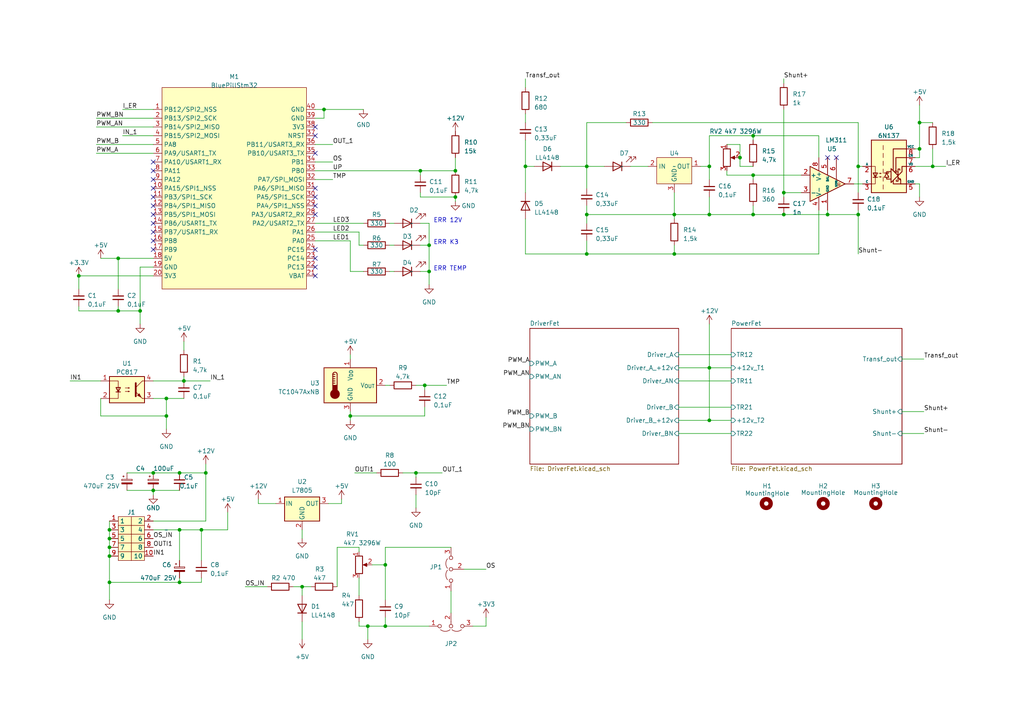
<source format=kicad_sch>
(kicad_sch (version 20230121) (generator eeschema)
  (paper "A4")
  (lib_symbols
    (symbol "Comparator:LM311" (pin_names (offset 0.127))
      (property "Reference" "U" (at 3.81 6.35 0))
      (property "Value" "LM311" (at 3.81 3.81 0))
      (symbol "LM311_1_1"
        (pin passive line (at 0 -7.62 90) (length 5.08) (name "GND") (number "1"))
        (pin input line (at -7.62 2.54 0) (length 2.54) (name "+") (number "2"))
        (pin input line (at -7.62 -2.54 0) (length 2.54) (name "-") (number "3"))
        (pin power_in line (at -2.54 -7.62 90) (length 3.81) (name "V-") (number "4"))
        (pin input line (at 0 7.62 270) (length 5.08) (name "BAL") (number "5"))
        (pin input line (at 2.54 7.62 270) (length 6.35) (name "STRB") (number "6"))
        (pin open_collector line (at 7.62 0 180) (length 2.54) (name "~") (number "7"))
        (pin power_in line (at -2.54 7.62 270) (length 3.81) (name "V+") (number "8"))
      )
    )
    (symbol "Device:C_Polarized_Small" (pin_numbers hide) (pin_names (offset 0.254) hide)
      (property "Reference" "C" (at 0.254 1.778 0))
      (property "Value" "C_Polarized_Small" (at 0.254 -2.032 0))
      (symbol "C_Polarized_Small_1_1"
        (pin passive line (at 0 2.54 270) (length 1.8542) (name "~") (number "1"))
        (pin passive line (at 0 -2.54 90) (length 1.8542) (name "~") (number "2"))
      )
    )
    (symbol "Device:C_Small" (pin_numbers hide) (pin_names (offset 0.254) hide)
      (property "Reference" "C" (at 0.254 1.778 0))
      (property "Value" "C_Small" (at 0.254 -2.032 0))
      (symbol "C_Small_1_1"
        (pin passive line (at 0 2.54 270) (length 2.032) (name "~") (number "1"))
        (pin passive line (at 0 -2.54 90) (length 2.032) (name "~") (number "2"))
      )
    )
    (symbol "Device:R" (pin_numbers hide) (pin_names (offset 0))
      (property "Reference" "R" (at 2.032 0 90))
      (property "Value" "R" (at 0 0 90))
      (symbol "R_1_1"
        (pin passive line (at 0 3.81 270) (length 1.27) (name "~") (number "1"))
        (pin passive line (at 0 -3.81 90) (length 1.27) (name "~") (number "2"))
      )
    )
    (symbol "Device:R_Potentiometer" (pin_names (offset 1.016) hide)
      (property "Reference" "RV" (at -4.445 0 90))
      (property "Value" "R_Potentiometer" (at -2.54 0 90))
      (symbol "R_Potentiometer_1_1"
        (pin passive line (at 0 3.81 270) (length 1.27) (name "1") (number "1"))
        (pin passive line (at 3.81 0 180) (length 1.27) (name "2") (number "2"))
        (pin passive line (at 0 -3.81 90) (length 1.27) (name "3") (number "3"))
      )
    )
    (symbol "Diode:LL4148" (pin_numbers hide) (pin_names hide)
      (property "Reference" "D" (at 0 2.54 0))
      (property "Value" "LL4148" (at 0 -2.54 0))
      (symbol "LL4148_1_1"
        (pin passive line (at -3.81 0 0) (length 2.54) (name "K") (number "1"))
        (pin passive line (at 3.81 0 180) (length 2.54) (name "A") (number "2"))
      )
    )
    (symbol "Isolator:6N137" (pin_names (offset 0))
      (property "Reference" "U" (at -4.064 8.89 0))
      (property "Value" "6N137" (at 0 -8.89 0))
      (symbol "6N137_1_1"
        (pin no_connect line (at -5.08 5.08 0) (length 2.54) hide (name "NC") (number "1"))
        (pin passive line (at -7.62 0 0) (length 2.54) (name "A") (number "2"))
        (pin passive line (at -7.62 -5.08 0) (length 2.54) (name "C") (number "3"))
        (pin power_in line (at 7.62 -5.08 180) (length 2.54) (name "GND") (number "5"))
        (pin open_collector line (at 7.62 0 180) (length 2.54) (name "VO") (number "6"))
        (pin input line (at 7.62 2.54 180) (length 2.54) (name "EN") (number "7"))
        (pin power_in line (at 7.62 5.08 180) (length 2.54) (name "VCC") (number "8"))
      )
    )
    (symbol "Isolator:PC817" (pin_names (offset 1.016))
      (property "Reference" "U" (at -5.08 5.08 0))
      (property "Value" "PC817" (at 0 5.08 0))
      (symbol "PC817_1_1"
        (pin passive line (at -7.62 2.54 0) (length 2.54) (name "~") (number "1"))
        (pin passive line (at -7.62 -2.54 0) (length 2.54) (name "~") (number "2"))
        (pin passive line (at 7.62 -2.54 180) (length 2.54) (name "~") (number "3"))
        (pin passive line (at 7.62 2.54 180) (length 2.54) (name "~") (number "4"))
      )
    )
    (symbol "Jumper:Jumper_3_Open" (pin_names (offset 0) hide)
      (property "Reference" "JP" (at -2.54 -2.54 0))
      (property "Value" "Jumper_3_Open" (at 0 2.794 0))
      (symbol "Jumper_3_Open_1_1"
        (pin passive line (at -6.35 0 0) (length 2.54) (name "A") (number "1"))
        (pin passive line (at 0 -3.81 90) (length 2.54) (name "C") (number "2"))
        (pin passive line (at 6.35 0 180) (length 2.54) (name "B") (number "3"))
      )
    )
    (symbol "Mechanical:MountingHole" (pin_names (offset 1.016))
      (property "Reference" "H" (at 0 5.08 0))
      (property "Value" "MountingHole" (at 0 3.175 0))
    )
    (symbol "Regulator_Linear:L7805" (pin_names (offset 0.254))
      (property "Reference" "U" (at -3.81 3.175 0))
      (property "Value" "L7805" (at 0 3.175 0))
      (symbol "L7805_1_1"
        (pin power_in line (at -7.62 0 0) (length 2.54) (name "IN") (number "1"))
        (pin power_in line (at 0 -7.62 90) (length 2.54) (name "GND") (number "2"))
        (pin power_out line (at 7.62 0 180) (length 2.54) (name "OUT") (number "3"))
      )
    )
    (symbol "Sensor_Temperature:TC1047AxNB"
      (property "Reference" "U" (at -6.35 6.35 0))
      (property "Value" "TC1047AxNB" (at 1.27 6.35 0))
      (symbol "TC1047AxNB_1_1"
        (pin power_in line (at 0 7.62 270) (length 2.54) (name "V_{DD}") (number "1"))
        (pin output line (at 10.16 0 180) (length 2.54) (name "V_{OUT}") (number "2"))
        (pin power_in line (at 0 -7.62 90) (length 2.54) (name "GND") (number "3"))
      )
    )
    (symbol "Z_connectors:BH-10"
      (property "Reference" "J" (at 0 6.35 0))
      (symbol "BH-10_1_1"
        (pin input line (at -6.35 2.54 0) (length 2.54) (name "1") (number "1"))
        (pin input line (at 6.35 -7.62 180) (length 2.54) (name "10") (number "10"))
        (pin input line (at 6.35 2.54 180) (length 2.54) (name "2") (number "2"))
        (pin input line (at -6.35 0 0) (length 2.54) (name "3") (number "3"))
        (pin input line (at 6.35 0 180) (length 2.54) (name "4") (number "4"))
        (pin input line (at -6.35 -2.54 0) (length 2.54) (name "5") (number "5"))
        (pin input line (at 6.35 -2.54 180) (length 2.54) (name "6") (number "6"))
        (pin input line (at -6.35 -5.08 0) (length 2.54) (name "7") (number "7"))
        (pin input line (at 6.35 -5.08 180) (length 2.54) (name "8") (number "8"))
        (pin input line (at -6.35 -7.62 0) (length 2.54) (name "9") (number "9"))
      )
    )
    (symbol "Z_led:Led" (pin_numbers hide) (pin_names hide)
      (property "Reference" "D" (at 0 2.54 0))
      (symbol "Led_1_1"
        (pin passive line (at -3.81 0 0) (length 2.54) (name "A") (number "1"))
        (pin passive line (at 3.81 0 180) (length 2.54) (name "K") (number "2"))
      )
    )
    (symbol "Z_modules:BluePillStm32"
      (property "Reference" "M" (at -1.27 30.48 0))
      (property "Value" "BluePillStm32" (at -1.27 26.67 0))
      (symbol "BluePillStm32_1_1"
        (pin tri_state line (at -24.13 22.86 0) (length 2.54) (name "PB12/SPI2_NSS") (number "1"))
        (pin tri_state line (at -24.13 0 0) (length 2.54) (name "PA15/SPI1_NSS") (number "10"))
        (pin tri_state line (at -24.13 -2.54 0) (length 2.54) (name "PB3/SPI1_SCK") (number "11"))
        (pin tri_state line (at -24.13 -5.08 0) (length 2.54) (name "PB4/SPI1_MISO") (number "12"))
        (pin tri_state line (at -24.13 -7.62 0) (length 2.54) (name "PB5/SPI1_MOSI") (number "13"))
        (pin tri_state line (at -24.13 -10.16 0) (length 2.54) (name "PB6/USART1_TX") (number "14"))
        (pin tri_state line (at -24.13 -12.7 0) (length 2.54) (name "PB7/USART1_RX") (number "15"))
        (pin tri_state line (at -24.13 -15.24 0) (length 2.54) (name "PB8") (number "16"))
        (pin tri_state line (at -24.13 -17.78 0) (length 2.54) (name "PB9") (number "17"))
        (pin power_in line (at -24.13 -20.32 0) (length 2.54) (name "5V") (number "18"))
        (pin power_in line (at -24.13 -22.86 0) (length 2.54) (name "GND") (number "19"))
        (pin tri_state line (at -24.13 20.32 0) (length 2.54) (name "PB13/SPI2_SCK") (number "2"))
        (pin power_in line (at -24.13 -25.4 0) (length 2.54) (name "3V3") (number "20"))
        (pin power_in line (at 22.86 -25.4 180) (length 2.54) (name "VBAT") (number "21"))
        (pin tri_state line (at 22.86 -22.86 180) (length 2.54) (name "PC13") (number "22"))
        (pin tri_state line (at 22.86 -20.32 180) (length 2.54) (name "PC14") (number "23"))
        (pin tri_state line (at 22.86 -17.78 180) (length 2.54) (name "PC15") (number "24"))
        (pin tri_state line (at 22.86 -15.24 180) (length 2.54) (name "PA0") (number "25"))
        (pin tri_state line (at 22.86 -12.7 180) (length 2.54) (name "PA1") (number "26"))
        (pin tri_state line (at 22.86 -10.16 180) (length 2.54) (name "PA2/USART2_TX") (number "27"))
        (pin tri_state line (at 22.86 -7.62 180) (length 2.54) (name "PA3/USART2_RX") (number "28"))
        (pin tri_state line (at 22.86 -5.08 180) (length 2.54) (name "PA4/SPI1_NSS") (number "29"))
        (pin tri_state line (at -24.13 17.78 0) (length 2.54) (name "PB14/SPI2_MISO") (number "3"))
        (pin tri_state line (at 22.86 -2.54 180) (length 2.54) (name "PA5/SPI1_SCK") (number "30"))
        (pin tri_state line (at 22.86 0 180) (length 2.54) (name "PA6/SPI1_MISO") (number "31"))
        (pin tri_state line (at 22.86 2.54 180) (length 2.54) (name "PA7/SPI_MOSI") (number "32"))
        (pin tri_state line (at 22.86 5.08 180) (length 2.54) (name "PB0") (number "33"))
        (pin tri_state line (at 22.86 7.62 180) (length 2.54) (name "PB1") (number "34"))
        (pin tri_state line (at 22.86 10.16 180) (length 2.54) (name "PB10/USART3_TX") (number "35"))
        (pin tri_state line (at 22.86 12.7 180) (length 2.54) (name "PB11/USART3_RX") (number "36"))
        (pin tri_state line (at 22.86 15.24 180) (length 2.54) (name "NRST") (number "37"))
        (pin power_in line (at 22.86 17.78 180) (length 2.54) (name "3V3") (number "38"))
        (pin power_in line (at 22.86 20.32 180) (length 2.54) (name "GND") (number "39"))
        (pin tri_state line (at -24.13 15.24 0) (length 2.54) (name "PB15/SPI2_MOSI") (number "4"))
        (pin power_in line (at 22.86 22.86 180) (length 2.54) (name "GND") (number "40"))
        (pin tri_state line (at -24.13 12.7 0) (length 2.54) (name "PA8") (number "5"))
        (pin tri_state line (at -24.13 10.16 0) (length 2.54) (name "PA9/USART1_TX") (number "6"))
        (pin tri_state line (at -24.13 7.62 0) (length 2.54) (name "PA10/USART1_RX") (number "7"))
        (pin tri_state line (at -24.13 5.08 0) (length 2.54) (name "PA11") (number "8"))
        (pin tri_state line (at -24.13 2.54 0) (length 2.54) (name "PA12") (number "9"))
      )
    )
    (symbol "Z_modules:L7805_SOT23"
      (property "Reference" "U" (at 0 3.81 0))
      (symbol "L7805_SOT23_1_1"
        (pin input line (at 7.62 0 180) (length 2.54) (name "OUT") (number "1"))
        (pin input line (at -7.62 0 0) (length 2.54) (name "IN") (number "2"))
        (pin input line (at 0 -7.62 90) (length 2.54) (name "GND") (number "3"))
      )
    )
    (symbol "power:+12V" (power) (pin_names (offset 0))
      (property "Value" "+12V" (at 0 3.556 0))
      (symbol "+12V_1_1"
        (pin power_in line (at 0 0 90) (length 0) hide (name "+12V") (number "1"))
      )
    )
    (symbol "power:+3.3V" (power) (pin_names (offset 0))
      (property "Value" "+3.3V" (at 0 3.556 0))
      (symbol "+3.3V_1_1"
        (pin power_in line (at 0 0 90) (length 0) hide (name "+3.3V") (number "1"))
      )
    )
    (symbol "power:+3V3" (power) (pin_names (offset 0))
      (property "Value" "+3V3" (at 0 3.556 0))
      (symbol "+3V3_1_1"
        (pin power_in line (at 0 0 90) (length 0) hide (name "+3V3") (number "1"))
      )
    )
    (symbol "power:+5V" (power) (pin_names (offset 0))
      (property "Value" "+5V" (at 0 3.556 0))
      (symbol "+5V_1_1"
        (pin power_in line (at 0 0 90) (length 0) hide (name "+5V") (number "1"))
      )
    )
    (symbol "power:GND" (power) (pin_names (offset 0))
      (property "Value" "GND" (at 0 -3.81 0))
      (symbol "GND_1_1"
        (pin power_in line (at 0 0 270) (length 0) hide (name "GND") (number "1"))
      )
    )
  )
  (junction (at 101.6 120.65))
  (junction (at 170.18 62.23))
  (junction (at 111.76 181.61))
  (junction (at 170.18 48.26))
  (junction (at 240.03 62.23))
  (junction (at 93.98 31.75))
  (junction (at 218.44 50.8))
  (junction (at 31.75 153.67))
  (junction (at 195.58 73.66))
  (junction (at 205.74 62.23))
  (junction (at 87.63 170.18))
  (junction (at 205.74 48.26))
  (junction (at 44.45 137.16))
  (junction (at 266.7 35.56))
  (junction (at 44.45 142.24))
  (junction (at 124.46 71.12))
  (junction (at 52.07 153.67))
  (junction (at 218.44 39.37))
  (junction (at 227.33 62.23))
  (junction (at 48.26 120.65))
  (junction (at 214.63 45.72))
  (junction (at 31.75 156.21))
  (junction (at 124.46 78.74))
  (junction (at 266.7 43.18))
  (junction (at 58.42 153.67))
  (junction (at 31.75 168.91))
  (junction (at 53.34 110.49))
  (junction (at 132.08 57.15))
  (junction (at 34.29 90.17))
  (junction (at 59.69 137.16))
  (junction (at 52.07 137.16))
  (junction (at 111.76 163.83))
  (junction (at 121.92 49.53))
  (junction (at 205.74 121.92))
  (junction (at 195.58 62.23))
  (junction (at 52.07 168.91))
  (junction (at 31.75 161.29))
  (junction (at 48.26 115.57))
  (junction (at 170.18 73.66))
  (junction (at 123.19 111.76))
  (junction (at 248.92 62.23))
  (junction (at 270.51 48.26))
  (junction (at 205.74 106.68))
  (junction (at 227.33 55.88))
  (junction (at 152.4 48.26))
  (junction (at 22.86 80.01))
  (junction (at 218.44 62.23))
  (junction (at 132.08 49.53))
  (junction (at 40.64 90.17))
  (junction (at 120.65 137.16))
  (junction (at 248.92 48.26))
  (junction (at 34.29 74.93))
  (junction (at 106.68 181.61))
  (junction (at 31.75 158.75))
  (no_connect (at 91.44 36.83))
  (no_connect (at 44.45 57.15))
  (no_connect (at 91.44 72.39))
  (no_connect (at 44.45 46.99))
  (no_connect (at 44.45 59.69))
  (no_connect (at 91.44 39.37))
  (no_connect (at 91.44 57.15))
  (no_connect (at 44.45 62.23))
  (no_connect (at 242.57 45.72))
  (no_connect (at 44.45 52.07))
  (no_connect (at 240.03 45.72))
  (no_connect (at 91.44 54.61))
  (no_connect (at 44.45 67.31))
  (no_connect (at 44.45 69.85))
  (no_connect (at 44.45 72.39))
  (no_connect (at 91.44 80.01))
  (no_connect (at 44.45 64.77))
  (no_connect (at 91.44 74.93))
  (no_connect (at 91.44 59.69))
  (no_connect (at 44.45 54.61))
  (no_connect (at 91.44 77.47))
  (no_connect (at 91.44 62.23))
  (no_connect (at 91.44 44.45))
  (no_connect (at 44.45 49.53))
  (wire (pts (xy 227.33 62.23) (xy 240.03 62.23)))
  (wire (pts (xy 87.63 170.18) (xy 87.63 172.72)))
  (wire (pts (xy 31.75 156.21) (xy 31.75 158.75)))
  (wire (pts (xy 111.76 179.07) (xy 111.76 181.61)))
  (wire (pts (xy 210.82 49.53) (xy 210.82 50.8)))
  (wire (pts (xy 104.14 158.75) (xy 104.14 160.02)))
  (wire (pts (xy 96.52 41.91) (xy 91.44 41.91)))
  (wire (pts (xy 87.63 153.67) (xy 87.63 156.21)))
  (wire (pts (xy 248.92 35.56) (xy 248.92 48.26)))
  (wire (pts (xy 87.63 180.34) (xy 87.63 185.42)))
  (wire (pts (xy 34.29 88.9) (xy 34.29 90.17)))
  (wire (pts (xy 85.09 170.18) (xy 87.63 170.18)))
  (wire (pts (xy 101.6 102.87) (xy 101.6 104.14)))
  (wire (pts (xy 121.92 55.88) (xy 121.92 57.15)))
  (wire (pts (xy 214.63 41.91) (xy 214.63 45.72)))
  (wire (pts (xy 52.07 153.67) (xy 58.42 153.67)))
  (wire (pts (xy 34.29 74.93) (xy 34.29 83.82)))
  (wire (pts (xy 196.85 102.87) (xy 212.09 102.87)))
  (wire (pts (xy 170.18 35.56) (xy 181.61 35.56)))
  (wire (pts (xy 123.19 120.65) (xy 123.19 118.11)))
  (wire (pts (xy 152.4 48.26) (xy 152.4 55.88)))
  (wire (pts (xy 111.76 181.61) (xy 106.68 181.61)))
  (wire (pts (xy 20.32 110.49) (xy 29.21 110.49)))
  (wire (pts (xy 152.4 40.64) (xy 152.4 48.26)))
  (wire (pts (xy 22.86 88.9) (xy 22.86 90.17)))
  (wire (pts (xy 124.46 78.74) (xy 124.46 82.55)))
  (wire (pts (xy 101.6 120.65) (xy 101.6 119.38)))
  (wire (pts (xy 227.33 55.88) (xy 227.33 57.15)))
  (wire (pts (xy 34.29 74.93) (xy 44.45 74.93)))
  (wire (pts (xy 58.42 168.91) (xy 58.42 167.64)))
  (wire (pts (xy 266.7 43.18) (xy 265.43 43.18)))
  (wire (pts (xy 93.98 34.29) (xy 93.98 31.75)))
  (wire (pts (xy 237.49 39.37) (xy 237.49 45.72)))
  (wire (pts (xy 120.65 137.16) (xy 116.84 137.16)))
  (wire (pts (xy 247.65 53.34) (xy 250.19 53.34)))
  (wire (pts (xy 58.42 153.67) (xy 58.42 162.56)))
  (wire (pts (xy 87.63 170.18) (xy 90.17 170.18)))
  (wire (pts (xy 36.83 137.16) (xy 44.45 137.16)))
  (wire (pts (xy 52.07 153.67) (xy 52.07 162.56)))
  (wire (pts (xy 31.75 151.13) (xy 31.75 153.67)))
  (wire (pts (xy 113.03 78.74) (xy 114.3 78.74)))
  (wire (pts (xy 265.43 45.72) (xy 266.7 45.72)))
  (wire (pts (xy 218.44 50.8) (xy 218.44 52.07)))
  (wire (pts (xy 203.2 48.26) (xy 205.74 48.26)))
  (wire (pts (xy 123.19 111.76) (xy 120.65 111.76)))
  (wire (pts (xy 152.4 73.66) (xy 170.18 73.66)))
  (wire (pts (xy 31.75 168.91) (xy 31.75 173.99)))
  (wire (pts (xy 29.21 115.57) (xy 29.21 120.65)))
  (wire (pts (xy 265.43 48.26) (xy 270.51 48.26)))
  (wire (pts (xy 35.56 39.37) (xy 44.45 39.37)))
  (wire (pts (xy 53.34 110.49) (xy 60.96 110.49)))
  (wire (pts (xy 205.74 48.26) (xy 205.74 39.37)))
  (wire (pts (xy 120.65 143.51) (xy 120.65 147.32)))
  (wire (pts (xy 205.74 57.15) (xy 205.74 62.23)))
  (wire (pts (xy 121.92 64.77) (xy 124.46 64.77)))
  (wire (pts (xy 74.93 146.05) (xy 80.01 146.05)))
  (wire (pts (xy 205.74 48.26) (xy 205.74 52.07)))
  (wire (pts (xy 29.21 120.65) (xy 48.26 120.65)))
  (wire (pts (xy 95.25 146.05) (xy 99.06 146.05)))
  (wire (pts (xy 121.92 78.74) (xy 124.46 78.74)))
  (wire (pts (xy 104.14 67.31) (xy 104.14 71.12)))
  (wire (pts (xy 22.86 90.17) (xy 34.29 90.17)))
  (wire (pts (xy 101.6 121.92) (xy 101.6 120.65)))
  (wire (pts (xy 248.92 48.26) (xy 248.92 55.88)))
  (wire (pts (xy 44.45 110.49) (xy 53.34 110.49)))
  (wire (pts (xy 31.75 153.67) (xy 31.75 156.21)))
  (wire (pts (xy 195.58 62.23) (xy 195.58 63.5)))
  (wire (pts (xy 104.14 167.64) (xy 104.14 172.72)))
  (wire (pts (xy 104.14 71.12) (xy 105.41 71.12)))
  (wire (pts (xy 71.12 170.18) (xy 77.47 170.18)))
  (wire (pts (xy 52.07 168.91) (xy 52.07 167.64)))
  (wire (pts (xy 31.75 168.91) (xy 52.07 168.91)))
  (wire (pts (xy 152.4 22.86) (xy 152.4 25.4)))
  (wire (pts (xy 44.45 142.24) (xy 52.07 142.24)))
  (wire (pts (xy 152.4 48.26) (xy 154.94 48.26)))
  (wire (pts (xy 120.65 137.16) (xy 128.27 137.16)))
  (wire (pts (xy 130.81 158.75) (xy 111.76 158.75)))
  (wire (pts (xy 58.42 153.67) (xy 66.04 153.67)))
  (wire (pts (xy 205.74 121.92) (xy 212.09 121.92)))
  (wire (pts (xy 91.44 49.53) (xy 121.92 49.53)))
  (wire (pts (xy 22.86 80.01) (xy 22.86 83.82)))
  (wire (pts (xy 93.98 31.75) (xy 105.41 31.75)))
  (wire (pts (xy 91.44 31.75) (xy 93.98 31.75)))
  (wire (pts (xy 266.7 35.56) (xy 266.7 43.18)))
  (wire (pts (xy 266.7 30.48) (xy 266.7 35.56)))
  (wire (pts (xy 48.26 115.57) (xy 53.34 115.57)))
  (wire (pts (xy 99.06 146.05) (xy 99.06 144.78)))
  (wire (pts (xy 121.92 49.53) (xy 121.92 50.8)))
  (wire (pts (xy 111.76 163.83) (xy 111.76 173.99)))
  (wire (pts (xy 113.03 71.12) (xy 114.3 71.12)))
  (wire (pts (xy 132.08 58.42) (xy 132.08 57.15)))
  (wire (pts (xy 53.34 99.06) (xy 53.34 101.6)))
  (wire (pts (xy 205.74 62.23) (xy 218.44 62.23)))
  (wire (pts (xy 196.85 125.73) (xy 212.09 125.73)))
  (wire (pts (xy 261.62 125.73) (xy 267.97 125.73)))
  (wire (pts (xy 101.6 69.85) (xy 101.6 78.74)))
  (wire (pts (xy 261.62 104.14) (xy 267.97 104.14)))
  (wire (pts (xy 22.86 80.01) (xy 44.45 80.01)))
  (wire (pts (xy 121.92 57.15) (xy 132.08 57.15)))
  (wire (pts (xy 123.19 113.03) (xy 123.19 111.76)))
  (wire (pts (xy 52.07 168.91) (xy 58.42 168.91)))
  (wire (pts (xy 35.56 31.75) (xy 44.45 31.75)))
  (wire (pts (xy 120.65 138.43) (xy 120.65 137.16)))
  (wire (pts (xy 59.69 151.13) (xy 59.69 137.16)))
  (wire (pts (xy 96.52 52.07) (xy 91.44 52.07)))
  (wire (pts (xy 102.87 137.16) (xy 109.22 137.16)))
  (wire (pts (xy 210.82 41.91) (xy 214.63 41.91)))
  (wire (pts (xy 121.92 71.12) (xy 124.46 71.12)))
  (wire (pts (xy 170.18 62.23) (xy 170.18 64.77)))
  (wire (pts (xy 195.58 62.23) (xy 205.74 62.23)))
  (wire (pts (xy 74.93 144.78) (xy 74.93 146.05)))
  (wire (pts (xy 196.85 121.92) (xy 205.74 121.92)))
  (wire (pts (xy 218.44 40.64) (xy 218.44 39.37)))
  (wire (pts (xy 266.7 45.72) (xy 266.7 43.18)))
  (wire (pts (xy 106.68 185.42) (xy 106.68 181.61)))
  (wire (pts (xy 210.82 50.8) (xy 218.44 50.8)))
  (wire (pts (xy 152.4 63.5) (xy 152.4 73.66)))
  (wire (pts (xy 195.58 73.66) (xy 237.49 73.66)))
  (wire (pts (xy 91.44 64.77) (xy 105.41 64.77)))
  (wire (pts (xy 130.81 171.45) (xy 130.81 177.8)))
  (wire (pts (xy 31.75 158.75) (xy 31.75 161.29)))
  (wire (pts (xy 123.19 111.76) (xy 129.54 111.76)))
  (wire (pts (xy 196.85 110.49) (xy 212.09 110.49)))
  (wire (pts (xy 40.64 77.47) (xy 40.64 90.17)))
  (wire (pts (xy 29.21 74.93) (xy 34.29 74.93)))
  (wire (pts (xy 111.76 181.61) (xy 124.46 181.61)))
  (wire (pts (xy 240.03 62.23) (xy 248.92 62.23)))
  (wire (pts (xy 227.33 22.86) (xy 227.33 24.13)))
  (wire (pts (xy 162.56 48.26) (xy 170.18 48.26)))
  (wire (pts (xy 66.04 153.67) (xy 66.04 148.59)))
  (wire (pts (xy 170.18 73.66) (xy 170.18 69.85)))
  (wire (pts (xy 248.92 48.26) (xy 250.19 48.26)))
  (wire (pts (xy 121.92 49.53) (xy 132.08 49.53)))
  (wire (pts (xy 91.44 34.29) (xy 93.98 34.29)))
  (wire (pts (xy 266.7 53.34) (xy 265.43 53.34)))
  (wire (pts (xy 218.44 48.26) (xy 214.63 48.26)))
  (wire (pts (xy 205.74 121.92) (xy 205.74 106.68)))
  (wire (pts (xy 227.33 31.75) (xy 227.33 55.88)))
  (wire (pts (xy 101.6 120.65) (xy 123.19 120.65)))
  (wire (pts (xy 205.74 106.68) (xy 212.09 106.68)))
  (wire (pts (xy 48.26 115.57) (xy 48.26 120.65)))
  (wire (pts (xy 218.44 62.23) (xy 218.44 59.69)))
  (wire (pts (xy 152.4 33.02) (xy 152.4 35.56)))
  (wire (pts (xy 195.58 73.66) (xy 170.18 73.66)))
  (wire (pts (xy 237.49 73.66) (xy 237.49 60.96)))
  (wire (pts (xy 97.79 158.75) (xy 104.14 158.75)))
  (wire (pts (xy 240.03 62.23) (xy 240.03 60.96)))
  (wire (pts (xy 44.45 142.24) (xy 44.45 143.51)))
  (wire (pts (xy 96.52 46.99) (xy 91.44 46.99)))
  (wire (pts (xy 44.45 151.13) (xy 59.69 151.13)))
  (wire (pts (xy 218.44 39.37) (xy 237.49 39.37)))
  (wire (pts (xy 205.74 93.98) (xy 205.74 106.68)))
  (wire (pts (xy 248.92 62.23) (xy 248.92 60.96)))
  (wire (pts (xy 34.29 90.17) (xy 40.64 90.17)))
  (wire (pts (xy 36.83 142.24) (xy 44.45 142.24)))
  (wire (pts (xy 270.51 35.56) (xy 266.7 35.56)))
  (wire (pts (xy 140.97 179.07) (xy 140.97 181.61)))
  (wire (pts (xy 27.94 44.45) (xy 44.45 44.45)))
  (wire (pts (xy 59.69 137.16) (xy 59.69 134.62)))
  (wire (pts (xy 195.58 71.12) (xy 195.58 73.66)))
  (wire (pts (xy 270.51 48.26) (xy 274.32 48.26)))
  (wire (pts (xy 266.7 57.15) (xy 266.7 53.34)))
  (wire (pts (xy 48.26 120.65) (xy 48.26 124.46)))
  (wire (pts (xy 104.14 181.61) (xy 104.14 180.34)))
  (wire (pts (xy 31.75 161.29) (xy 31.75 168.91)))
  (wire (pts (xy 124.46 71.12) (xy 124.46 78.74)))
  (wire (pts (xy 170.18 48.26) (xy 175.26 48.26)))
  (wire (pts (xy 106.68 181.61) (xy 104.14 181.61)))
  (wire (pts (xy 218.44 50.8) (xy 232.41 50.8)))
  (wire (pts (xy 140.97 181.61) (xy 137.16 181.61)))
  (wire (pts (xy 53.34 109.22) (xy 53.34 110.49)))
  (wire (pts (xy 214.63 48.26) (xy 214.63 45.72)))
  (wire (pts (xy 101.6 78.74) (xy 105.41 78.74)))
  (wire (pts (xy 107.95 163.83) (xy 111.76 163.83)))
  (wire (pts (xy 111.76 111.76) (xy 113.03 111.76)))
  (wire (pts (xy 218.44 62.23) (xy 227.33 62.23)))
  (wire (pts (xy 189.23 35.56) (xy 248.92 35.56)))
  (wire (pts (xy 170.18 62.23) (xy 195.58 62.23)))
  (wire (pts (xy 44.45 115.57) (xy 48.26 115.57)))
  (wire (pts (xy 205.74 106.68) (xy 196.85 106.68)))
  (wire (pts (xy 27.94 41.91) (xy 44.45 41.91)))
  (wire (pts (xy 27.94 36.83) (xy 44.45 36.83)))
  (wire (pts (xy 124.46 64.77) (xy 124.46 71.12)))
  (wire (pts (xy 140.97 165.1) (xy 134.62 165.1)))
  (wire (pts (xy 205.74 39.37) (xy 218.44 39.37)))
  (wire (pts (xy 170.18 59.69) (xy 170.18 62.23)))
  (wire (pts (xy 196.85 118.11) (xy 212.09 118.11)))
  (wire (pts (xy 52.07 137.16) (xy 59.69 137.16)))
  (wire (pts (xy 44.45 137.16) (xy 52.07 137.16)))
  (wire (pts (xy 113.03 64.77) (xy 114.3 64.77)))
  (wire (pts (xy 27.94 34.29) (xy 44.45 34.29)))
  (wire (pts (xy 195.58 62.23) (xy 195.58 55.88)))
  (wire (pts (xy 270.51 48.26) (xy 270.51 43.18)))
  (wire (pts (xy 44.45 77.47) (xy 40.64 77.47)))
  (wire (pts (xy 91.44 67.31) (xy 104.14 67.31)))
  (wire (pts (xy 232.41 55.88) (xy 227.33 55.88)))
  (wire (pts (xy 261.62 119.38) (xy 267.97 119.38)))
  (wire (pts (xy 40.64 90.17) (xy 40.64 93.98)))
  (wire (pts (xy 170.18 48.26) (xy 170.18 54.61)))
  (wire (pts (xy 97.79 170.18) (xy 97.79 158.75)))
  (wire (pts (xy 44.45 153.67) (xy 52.07 153.67)))
  (wire (pts (xy 170.18 48.26) (xy 170.18 35.56)))
  (wire (pts (xy 91.44 69.85) (xy 101.6 69.85)))
  (wire (pts (xy 111.76 158.75) (xy 111.76 163.83)))
  (wire (pts (xy 182.88 48.26) (xy 187.96 48.26)))
  (wire (pts (xy 132.08 45.72) (xy 132.08 49.53)))
  (wire (pts (xy 248.92 62.23) (xy 248.92 73.66)))
  (text "ERR 12V" (at 125.73 64.77 0) (effects (font (size 1.27 1.27)) (justify left bottom)))
  (text "ERR КЗ" (at 125.73 71.12 0) (effects (font (size 1.27 1.27)) (justify left bottom)))
  (text "ERR TEMP" (at 125.73 78.74 0) (effects (font (size 1.27 1.27)) (justify left bottom)))
  (label "IN1" (at 20.32 110.49 0))
  (label "PWM_A" (at 153.67 105.41 180))
  (label "Shunt+" (at 227.33 22.86 0))
  (label "PWM_AN" (at 27.94 36.83 0))
  (label "Shunt-" (at 248.92 73.66 0))
  (label "OS_IN" (at 71.12 170.18 0))
  (label "Transf_out" (at 267.97 104.14 0))
  (label "LED2" (at 96.52 67.31 0))
  (label "IN_1" (at 60.96 110.49 0))
  (label "LED1" (at 96.52 69.85 0))
  (label "OUTI1" (at 44.45 158.75 0))
  (label "PWM_B" (at 27.94 41.91 0))
  (label "IN_1" (at 35.56 39.37 0))
  (label "IN1" (at 44.45 161.29 0))
  (label "Transf_out" (at 152.4 22.86 0))
  (label "PWM_AN" (at 153.67 109.22 180))
  (label "LED3" (at 96.52 64.77 0))
  (label "Shunt+" (at 267.97 119.38 0))
  (label "I_ER" (at 35.56 31.75 0))
  (label "OS_IN" (at 44.45 156.21 0))
  (label "PWM_B" (at 153.67 120.65 180))
  (label "OUTI1" (at 102.87 137.16 0))
  (label "PWM_BN" (at 153.67 124.46 180))
  (label "OS" (at 96.52 46.99 0))
  (label "PWM_BN" (at 27.94 34.29 0))
  (label "OS" (at 140.97 165.1 0))
  (label "TMP" (at 129.54 111.76 0))
  (label "OUT_1" (at 96.52 41.91 0))
  (label "I_ER" (at 274.32 48.26 0))
  (label "PWM_A" (at 27.94 44.45 0))
  (label "Shunt-" (at 267.97 125.73 0))
  (label "OUT_1" (at 128.27 137.16 0))
  (label "UP" (at 96.52 49.53 0))
  (label "TMP" (at 96.52 52.07 0))
  (symbol (lib_id "power:GND") (at 31.75 173.99 0) (unit 1)
    (property "Reference" "#PWR03" (effects hide))
    (property "Value" "GND" (at 31.75 179.07 0))
  )
  (symbol (lib_id "Sensor_Temperature:TC1047AxNB") (at 101.6 111.76 0) (unit 1)
    (property "Reference" "U3" (at 92.71 111.125 0) (effects (justify right)))
    (property "Value" "TC1047AxNB" (at 92.71 113.665 0) (effects (justify right)))
    (property "Footprint" "Package_TO_SOT_SMD:SOT-23" (effects hide))
    (property "Datasheet" "http://ww1.microchip.com/downloads/en/DeviceDoc/21498D.pdf" (effects hide))
  )
  (symbol (lib_id "Device:R") (at 109.22 78.74 90) (unit 1)
    (property "Reference" "R7" (at 109.22 76.708 90))
    (property "Value" "330" (at 109.22 78.74 90))
    (property "Footprint" "Resistor_SMD:R_1206_3216Metric" (effects hide))
  )
  (symbol (lib_id "Z_led:Led") (at 118.11 64.77 0) (unit 1)
    (property "Reference" "D2" (at 120.0785 60.96 0))
    (property "Value" "~" (at 119.38 64.77 0))
    (property "Footprint" "LED_THT:LED_D3.0mm" (effects hide))
  )
  (symbol (lib_id "Z_connectors:BH-10") (at 38.1 153.67 0) (unit 1)
    (property "Reference" "J1" (at 38.1 148.59 0))
    (property "Value" "~" (at 48.26 153.67 0))
    (property "Footprint" "Connector_IDC:IDC-Header_2x05_P2.54mm_Vertical" (effects hide))
  )
  (symbol (lib_id "Z_modules:BluePillStm32") (at 68.58 54.61 0) (unit 1)
    (property "Reference" "M1" (at 67.945 22.225 0))
    (property "Value" "BluePillStm32" (at 67.945 24.765 0))
    (property "Footprint" "Package_DIP:DIP-40_W15.24mm_Socket_LongPads" (effects hide))
  )
  (symbol (lib_id "Isolator:6N137") (at 257.81 48.26 0) (unit 1)
    (property "Reference" "U6" (at 257.81 36.83 0))
    (property "Value" "6N137" (at 257.81 39.37 0))
    (property "Footprint" "Package_DIP:DIP-8_W7.62mm" (effects hide))
    (property "Datasheet" "https://docs.broadcom.com/docs/AV02-0940EN" (effects hide))
  )
  (symbol (lib_id "Device:C_Small") (at 22.86 86.36 0) (unit 1)
    (property "Reference" "C1" (at 25.4 85.7313 0) (effects (justify left)))
    (property "Value" "0,1uF" (at 25.4 88.2713 0) (effects (justify left)))
    (property "Footprint" "Capacitor_SMD:C_1206_3216Metric" (effects hide))
  )
  (symbol (lib_id "power:GND") (at 87.63 156.21 0) (unit 1)
    (property "Reference" "#PWR011" (effects hide))
    (property "Value" "GND" (at 87.63 161.29 0))
  )
  (symbol (lib_id "power:+5V") (at 87.63 185.42 180) (unit 1)
    (property "Reference" "#PWR012" (effects hide))
    (property "Value" "+5V" (at 87.63 190.5 0))
  )
  (symbol (lib_id "power:+5V") (at 66.04 148.59 0) (unit 1)
    (property "Reference" "#PWR09" (effects hide))
    (property "Value" "+5V" (at 66.04 144.78 0))
  )
  (symbol (lib_id "Device:C_Small") (at 52.07 139.7 0) (unit 1)
    (property "Reference" "C5" (at 53.34 138.43 0) (effects (justify left)))
    (property "Value" "0,1uF" (at 52.07 140.97 0) (effects (justify left)))
    (property "Footprint" "Capacitor_SMD:C_1206_3216Metric" (effects hide))
  )
  (symbol (lib_id "Comparator:LM311") (at 240.03 53.34 0) (unit 1)
    (property "Reference" "U5" (at 241.3 43.18 0))
    (property "Value" "LM311" (at 242.57 40.64 0))
    (property "Footprint" "Package_SO:SO-8_5.3x6.2mm_P1.27mm" (effects hide))
    (property "Datasheet" "https://www.st.com/resource/en/datasheet/lm311.pdf" (effects hide))
  )
  (symbol (lib_id "Device:C_Small") (at 170.18 67.31 0) (unit 1)
    (property "Reference" "C15" (at 172.72 66.6813 0) (effects (justify left)))
    (property "Value" "0,33uF" (at 172.72 69.2213 0) (effects (justify left)))
    (property "Footprint" "Capacitor_SMD:C_1206_3216Metric" (effects hide))
  )
  (symbol (lib_id "power:+12V") (at 205.74 93.98 0) (unit 1)
    (property "Reference" "#PWR023" (effects hide))
    (property "Value" "+12V" (at 205.74 90.17 0))
  )
  (symbol (lib_id "Device:C_Small") (at 170.18 57.15 0) (unit 1)
    (property "Reference" "C14" (at 172.72 56.5213 0) (effects (justify left)))
    (property "Value" "0,33uF" (at 172.72 59.0613 0) (effects (justify left)))
    (property "Footprint" "Capacitor_SMD:C_1206_3216Metric" (effects hide))
  )
  (symbol (lib_id "power:GND") (at 105.41 31.75 0) (unit 1)
    (property "Reference" "#PWR016" (effects hide))
    (property "Value" "GND" (at 105.41 36.195 0))
  )
  (symbol (lib_id "Z_led:Led") (at 179.07 48.26 0) (unit 1)
    (property "Reference" "D7" (at 181.0385 44.45 0))
    (property "Value" "~" (at 180.34 48.26 0))
    (property "Footprint" "LED_THT:LED_D3.0mm" (effects hide))
  )
  (symbol (lib_id "Device:R") (at 218.44 44.45 180) (unit 1)
    (property "Reference" "R15" (at 220.98 43.815 0) (effects (justify right)))
    (property "Value" "4,7k" (at 220.98 46.355 0) (effects (justify right)))
    (property "Footprint" "Resistor_SMD:R_1206_3216Metric" (effects hide))
  )
  (symbol (lib_id "power:+12V") (at 59.69 134.62 0) (unit 1)
    (property "Reference" "#PWR08" (effects hide))
    (property "Value" "+12V" (at 59.69 130.81 0))
  )
  (symbol (lib_id "power:GND") (at 48.26 124.46 0) (unit 1)
    (property "Reference" "#PWR06" (effects hide))
    (property "Value" "GND" (at 48.26 129.54 0))
  )
  (symbol (lib_id "Device:R") (at 109.22 64.77 90) (unit 1)
    (property "Reference" "R5" (at 109.22 62.23 90))
    (property "Value" "330" (at 109.22 64.77 90))
    (property "Footprint" "Resistor_SMD:R_1206_3216Metric" (effects hide))
  )
  (symbol (lib_id "Device:R_Potentiometer") (at 104.14 163.83 0) (unit 1)
    (property "Reference" "RV1" (at 104.14 154.94 0) (effects (justify right)))
    (property "Value" "4k7 3296W" (at 110.49 157.48 0) (effects (justify right)))
    (property "Footprint" "Potentiometer_THT:Potentiometer_Bourns_3296W_Vertical" (effects hide))
  )
  (symbol (lib_id "Diode:LL4148") (at 87.63 176.53 90) (unit 1)
    (property "Reference" "D1" (at 90.17 175.895 90) (effects (justify right)))
    (property "Value" "LL4148" (at 90.17 178.435 90) (effects (justify right)))
    (property "Footprint" "Diode_SMD:D_MiniMELF" (effects hide))
    (property "Datasheet" "http://www.vishay.com/docs/85557/ll4148.pdf" (effects hide))
    (property "Sim.Device" "D" (effects hide))
    (property "Sim.Pins" "1=K 2=A" (effects hide))
  )
  (symbol (lib_id "power:GND") (at 40.64 93.98 0) (unit 1)
    (property "Reference" "#PWR04" (effects hide))
    (property "Value" "GND" (at 40.64 99.06 0))
  )
  (symbol (lib_id "Jumper:Jumper_3_Open") (at 130.81 181.61 0) (mirror x) (unit 1)
    (property "Reference" "JP2" (at 130.81 186.69 0))
    (property "Value" "Jumper_3_Open" (effects hide))
    (property "Footprint" "Connector_PinHeader_2.54mm:PinHeader_1x03_P2.54mm_Vertical" (effects hide))
  )
  (symbol (lib_id "Device:C_Polarized_Small") (at 44.45 139.7 0) (unit 1)
    (property "Reference" "C4" (at 39.37 135.89 0) (effects (justify left)))
    (property "Value" "100uF" (at 44.45 135.89 0) (effects (justify left)))
    (property "Footprint" "Capacitor_Tantalum_SMD:CP_EIA-6032-28_Kemet-C" (effects hide))
    (property "ID" "T495C107K016ATE200" (effects hide))
  )
  (symbol (lib_id "power:GND") (at 101.6 121.92 0) (unit 1)
    (property "Reference" "#PWR015" (effects hide))
    (property "Value" "GND" (at 101.6 127 0))
  )
  (symbol (lib_id "power:+3.3V") (at 22.86 80.01 0) (unit 1)
    (property "Reference" "#PWR01" (effects hide))
    (property "Value" "+3.3V" (at 22.86 76.2 0))
  )
  (symbol (lib_id "Z_led:Led") (at 118.11 71.12 0) (unit 1)
    (property "Reference" "D3" (at 118.11 68.58 0))
    (property "Value" "~" (at 119.38 71.12 0))
    (property "Footprint" "LED_THT:LED_D3.0mm" (effects hide))
  )
  (symbol (lib_id "Z_modules:L7805_SOT23") (at 195.58 48.26 0) (unit 1)
    (property "Reference" "U4" (at 195.58 44.45 0))
    (property "Value" "~" (at 195.58 48.26 0))
    (property "Footprint" "Package_TO_SOT_SMD:SOT-23" (effects hide))
  )
  (symbol (lib_id "Isolator:PC817") (at 36.83 113.03 0) (unit 1)
    (property "Reference" "U1" (at 36.83 105.41 0))
    (property "Value" "PC817" (at 36.83 107.95 0))
    (property "Footprint" "Package_DIP:DIP-4_W7.62mm" (effects hide))
    (property "Datasheet" "http://www.soselectronic.cz/a_info/resource/d/pc817.pdf" (effects hide))
  )
  (symbol (lib_id "power:+5V") (at 101.6 102.87 0) (unit 1)
    (property "Reference" "#PWR014" (effects hide))
    (property "Value" "+5V" (at 101.6 99.06 0))
  )
  (symbol (lib_id "Device:C_Small") (at 121.92 53.34 0) (unit 1)
    (property "Reference" "C11" (at 124.46 52.7113 0) (effects (justify left)))
    (property "Value" "0,1uF" (at 124.46 55.2513 0) (effects (justify left)))
    (property "Footprint" "Capacitor_SMD:C_1206_3216Metric" (effects hide))
  )
  (symbol (lib_id "power:GND") (at 266.7 57.15 0) (unit 1)
    (property "Reference" "#PWR025" (effects hide))
    (property "Value" "GND" (at 266.7 62.23 0))
  )
  (symbol (lib_id "Device:R") (at 93.98 170.18 90) (unit 1)
    (property "Reference" "R3" (at 92.71 165.1 90))
    (property "Value" "4k7" (at 92.71 167.64 90))
    (property "Footprint" "Resistor_SMD:R_1206_3216Metric" (effects hide))
  )
  (symbol (lib_id "power:+5V") (at 266.7 30.48 0) (unit 1)
    (property "Reference" "#PWR024" (effects hide))
    (property "Value" "+5V" (at 266.7 26.67 0))
  )
  (symbol (lib_id "Device:R") (at 218.44 55.88 180) (unit 1)
    (property "Reference" "R16" (at 220.98 55.245 0) (effects (justify right)))
    (property "Value" "360" (at 220.98 57.785 0) (effects (justify right)))
    (property "Footprint" "Resistor_SMD:R_1206_3216Metric" (effects hide))
  )
  (symbol (lib_id "Device:R") (at 113.03 137.16 90) (unit 1)
    (property "Reference" "R8" (at 113.03 132.08 90))
    (property "Value" "100" (at 113.03 134.62 90))
    (property "Footprint" "Resistor_SMD:R_1206_3216Metric" (effects hide))
  )
  (symbol (lib_id "Device:R") (at 116.84 111.76 90) (unit 1)
    (property "Reference" "R9" (at 116.84 106.68 90))
    (property "Value" "4,7k" (at 116.84 109.22 90))
    (property "Footprint" "Resistor_SMD:R_1206_3216Metric" (effects hide))
  )
  (symbol (lib_id "Device:C_Small") (at 248.92 58.42 0) (unit 1)
    (property "Reference" "C18" (at 251.46 57.7913 0) (effects (justify left)))
    (property "Value" "0,1uF" (at 251.46 60.3313 0) (effects (justify left)))
    (property "Footprint" "Capacitor_SMD:C_1206_3216Metric" (effects hide))
  )
  (symbol (lib_id "power:+12V") (at 74.93 144.78 0) (unit 1)
    (property "Reference" "#PWR010" (effects hide))
    (property "Value" "+12V" (at 74.93 140.97 0))
  )
  (symbol (lib_id "Device:C_Small") (at 58.42 165.1 0) (unit 1)
    (property "Reference" "C8" (at 60.96 163.83 0) (effects (justify left)))
    (property "Value" "0,1uF" (at 60.96 166.37 0) (effects (justify left)))
    (property "Footprint" "Capacitor_SMD:C_1206_3216Metric" (effects hide))
  )
  (symbol (lib_id "Device:R") (at 195.58 67.31 180) (unit 1)
    (property "Reference" "R14" (at 198.12 66.675 0) (effects (justify right)))
    (property "Value" "1,5k" (at 198.12 69.215 0) (effects (justify right)))
    (property "Footprint" "Resistor_SMD:R_1206_3216Metric" (effects hide))
  )
  (symbol (lib_id "Device:C_Small") (at 205.74 54.61 0) (unit 1)
    (property "Reference" "C16" (at 208.28 53.9813 0) (effects (justify left)))
    (property "Value" "0,1uF" (at 208.28 56.5213 0) (effects (justify left)))
    (property "Footprint" "Capacitor_SMD:C_1206_3216Metric" (effects hide))
  )
  (symbol (lib_id "Device:R") (at 270.51 39.37 180) (unit 1)
    (property "Reference" "R18" (at 273.05 38.735 0) (effects (justify right)))
    (property "Value" "1,5k" (at 273.05 41.275 0) (effects (justify right)))
    (property "Footprint" "Resistor_SMD:R_1206_3216Metric" (effects hide))
  )
  (symbol (lib_id "Device:R") (at 227.33 27.94 180) (unit 1)
    (property "Reference" "R17" (at 229.87 27.305 0) (effects (justify right)))
    (property "Value" "1k" (at 229.87 29.845 0) (effects (justify right)))
    (property "Footprint" "Resistor_SMD:R_1206_3216Metric" (effects hide))
  )
  (symbol (lib_id "power:GND") (at 106.68 185.42 0) (unit 1)
    (property "Reference" "#PWR017" (effects hide))
    (property "Value" "GND" (at 106.68 190.5 0))
  )
  (symbol (lib_id "Device:R") (at 132.08 41.91 180) (unit 1)
    (property "Reference" "R10" (at 134.62 41.275 0) (effects (justify right)))
    (property "Value" "15k" (at 134.62 43.815 0) (effects (justify right)))
    (property "Footprint" "Resistor_SMD:R_1206_3216Metric" (effects hide))
  )
  (symbol (lib_id "Device:C_Small") (at 120.65 140.97 0) (unit 1)
    (property "Reference" "C10" (at 123.19 140.3413 0) (effects (justify left)))
    (property "Value" "10pF" (at 123.19 142.8813 0) (effects (justify left)))
    (property "Footprint" "Capacitor_SMD:C_1206_3216Metric" (effects hide))
  )
  (symbol (lib_id "Device:R") (at 104.14 176.53 180) (unit 1)
    (property "Reference" "R4" (at 99.06 172.72 0) (effects (justify right)))
    (property "Value" "4k7" (at 99.06 175.26 0) (effects (justify right)))
    (property "Footprint" "Resistor_SMD:R_1206_3216Metric" (effects hide))
  )
  (symbol (lib_id "power:GND") (at 120.65 147.32 0) (unit 1)
    (property "Reference" "#PWR018" (effects hide))
    (property "Value" "GND" (at 120.65 152.4 0))
  )
  (symbol (lib_id "Mechanical:MountingHole") (at 238.76 146.05 0) (unit 1)
    (property "Reference" "H2" (at 238.76 140.97 0))
    (property "Value" "MountingHole" (at 238.76 142.875 0))
    (property "Footprint" "MountingHole:MountingHole_3.5mm" (effects hide))
  )
  (symbol (lib_id "Device:R") (at 53.34 105.41 180) (unit 1)
    (property "Reference" "R1" (at 55.88 104.775 0) (effects (justify right)))
    (property "Value" "4,7k" (at 55.88 107.315 0) (effects (justify right)))
    (property "Footprint" "Resistor_SMD:R_1206_3216Metric" (effects hide))
  )
  (symbol (lib_id "Device:C_Small") (at 111.76 176.53 0) (unit 1)
    (property "Reference" "C9" (at 114.3 175.9013 0) (effects (justify left)))
    (property "Value" "10pF" (at 114.3 178.4413 0) (effects (justify left)))
    (property "Footprint" "Capacitor_SMD:C_1206_3216Metric" (effects hide))
  )
  (symbol (lib_id "Device:R") (at 185.42 35.56 90) (unit 1)
    (property "Reference" "R13" (at 185.42 33.02 90))
    (property "Value" "330" (at 185.42 35.56 90))
    (property "Footprint" "Resistor_SMD:R_1206_3216Metric" (effects hide))
  )
  (symbol (lib_id "Device:R_Potentiometer") (at 210.82 45.72 0) (unit 1)
    (property "Reference" "RV2" (at 209.55 38.1 0) (effects (justify right)))
    (property "Value" "4k7 3296W" (at 220.98 38.1 0) (effects (justify right)))
    (property "Footprint" "Potentiometer_THT:Potentiometer_Bourns_3296W_Vertical" (effects hide))
  )
  (symbol (lib_id "power:GND") (at 132.08 58.42 0) (unit 1)
    (property "Reference" "#PWR021" (effects hide))
    (property "Value" "GND" (at 135.89 59.69 0))
  )
  (symbol (lib_id "Device:C_Small") (at 34.29 86.36 0) (unit 1)
    (property "Reference" "C2" (at 36.83 85.7313 0) (effects (justify left)))
    (property "Value" "0,1uF" (at 36.83 88.2713 0) (effects (justify left)))
    (property "Footprint" "Capacitor_SMD:C_1206_3216Metric" (effects hide))
  )
  (symbol (lib_id "Device:C_Polarized_Small") (at 36.83 139.7 0) (unit 1)
    (property "Reference" "C3" (at 30.48 138.43 0) (effects (justify left)))
    (property "Value" "470uF 25V" (at 24.13 140.97 0) (effects (justify left)))
    (property "Footprint" "Capacitor_THT:CP_Radial_D8.0mm_P3.50mm" (effects hide))
  )
  (symbol (lib_id "power:+5V") (at 29.21 74.93 0) (unit 1)
    (property "Reference" "#PWR02" (effects hide))
    (property "Value" "+5V" (at 29.21 71.12 0))
  )
  (symbol (lib_id "Device:C_Small") (at 152.4 38.1 0) (unit 1)
    (property "Reference" "C13" (at 154.94 37.4713 0) (effects (justify left)))
    (property "Value" "0,33uF" (at 154.94 40.0113 0) (effects (justify left)))
    (property "Footprint" "Capacitor_SMD:C_1206_3216Metric" (effects hide))
  )
  (symbol (lib_id "Device:R") (at 109.22 71.12 90) (unit 1)
    (property "Reference" "R6" (at 109.22 69.088 90))
    (property "Value" "330" (at 109.22 71.12 90))
    (property "Footprint" "Resistor_SMD:R_1206_3216Metric" (effects hide))
  )
  (symbol (lib_id "power:+12V") (at 132.08 38.1 0) (unit 1)
    (property "Reference" "#PWR020" (effects hide))
    (property "Value" "+12V" (at 132.08 34.29 0))
  )
  (symbol (lib_id "Jumper:Jumper_3_Open") (at 130.81 165.1 90) (unit 1)
    (property "Reference" "JP1" (at 128.27 164.465 90) (effects (justify left)))
    (property "Value" "Jumper_3_Open" (effects hide))
    (property "Footprint" "Connector_PinHeader_2.54mm:PinHeader_1x03_P2.54mm_Vertical" (effects hide))
  )
  (symbol (lib_id "power:GND") (at 124.46 82.55 0) (unit 1)
    (property "Reference" "#PWR019" (effects hide))
    (property "Value" "GND" (at 124.46 87.63 0))
  )
  (symbol (lib_id "Diode:LL4148") (at 158.75 48.26 180) (unit 1)
    (property "Reference" "D6" (at 158.75 43.18 0))
    (property "Value" "LL4148" (at 158.75 45.72 0))
    (property "Footprint" "Diode_SMD:D_MiniMELF" (effects hide))
    (property "Datasheet" "http://www.vishay.com/docs/85557/ll4148.pdf" (effects hide))
    (property "Sim.Device" "D" (effects hide))
    (property "Sim.Pins" "1=K 2=A" (effects hide))
  )
  (symbol (lib_id "Mechanical:MountingHole") (at 222.25 146.05 0) (unit 1)
    (property "Reference" "H1" (at 221.1158 140.9618 0) (effects (justify left)))
    (property "Value" "MountingHole" (at 216.0801 143.0922 0) (effects (justify left)))
    (property "Footprint" "MountingHole:MountingHole_3.5mm" (effects hide))
  )
  (symbol (lib_id "Device:C_Small") (at 53.34 113.03 0) (unit 1)
    (property "Reference" "C7" (at 55.88 112.4013 0) (effects (justify left)))
    (property "Value" "0,1uF" (at 55.88 114.9413 0) (effects (justify left)))
    (property "Footprint" "Capacitor_SMD:C_1206_3216Metric" (effects hide))
  )
  (symbol (lib_id "Device:R") (at 81.28 170.18 90) (unit 1)
    (property "Reference" "R2" (at 80.01 167.64 90))
    (property "Value" "470" (at 83.82 167.64 90))
    (property "Footprint" "Resistor_SMD:R_1206_3216Metric" (effects hide))
  )
  (symbol (lib_id "Device:C_Polarized_Small") (at 52.07 165.1 0) (unit 1)
    (property "Reference" "C6" (at 46.99 163.83 0) (effects (justify left)))
    (property "Value" "470uF 25V" (at 40.64 167.64 0) (effects (justify left)))
    (property "Footprint" "Capacitor_THT:CP_Radial_D8.0mm_P3.50mm" (effects hide))
  )
  (symbol (lib_id "Mechanical:MountingHole") (at 254 146.05 0) (unit 1)
    (property "Reference" "H3" (at 254 140.97 0))
    (property "Value" "MountingHole" (at 254 142.875 0))
    (property "Footprint" "MountingHole:MountingHole_3.5mm" (effects hide))
  )
  (symbol (lib_id "Device:C_Small") (at 123.19 115.57 0) (unit 1)
    (property "Reference" "C12" (at 125.73 114.9413 0) (effects (justify left)))
    (property "Value" "0,1uF" (at 125.73 117.4813 0) (effects (justify left)))
    (property "Footprint" "Capacitor_SMD:C_1206_3216Metric" (effects hide))
  )
  (symbol (lib_id "power:+5V") (at 53.34 99.06 0) (unit 1)
    (property "Reference" "#PWR07" (effects hide))
    (property "Value" "+5V" (at 53.34 95.25 0))
  )
  (symbol (lib_id "Regulator_Linear:L7805") (at 87.63 146.05 0) (unit 1)
    (property "Reference" "U2" (at 87.63 139.7 0))
    (property "Value" "L7805" (at 87.63 142.24 0))
    (property "Footprint" "Package_TO_SOT_THT:TO-126-3_Vertical" (effects hide))
    (property "Datasheet" "http://www.st.com/content/ccc/resource/technical/document/datasheet/41/4f/b3/b0/12/d4/47/88/CD00000444.pdf/files/CD00000444.pdf/jcr:content/translations/en.CD00000444.pdf" (effects hide))
  )
  (symbol (lib_id "power:+5V") (at 99.06 144.78 0) (unit 1)
    (property "Reference" "#PWR013" (effects hide))
    (property "Value" "+5V" (at 99.06 140.97 0))
  )
  (symbol (lib_id "Z_led:Led") (at 118.11 78.74 0) (unit 1)
    (property "Reference" "D4" (at 118.11 76.2 0))
    (property "Value" "~" (at 119.38 78.74 0))
    (property "Footprint" "LED_THT:LED_D3.0mm" (effects hide))
  )
  (symbol (lib_id "power:GND") (at 44.45 143.51 0) (unit 1)
    (property "Reference" "#PWR05" (effects hide))
    (property "Value" "GND" (at 44.45 147.32 0))
  )
  (symbol (lib_id "power:+3V3") (at 140.97 179.07 0) (unit 1)
    (property "Reference" "#PWR022" (effects hide))
    (property "Value" "+3V3" (at 140.97 175.26 0))
  )
  (symbol (lib_id "Device:R") (at 152.4 29.21 180) (unit 1)
    (property "Reference" "R12" (at 154.94 28.575 0) (effects (justify right)))
    (property "Value" "680" (at 154.94 31.115 0) (effects (justify right)))
    (property "Footprint" "Resistor_SMD:R_1206_3216Metric" (effects hide))
  )
  (symbol (lib_id "Device:C_Small") (at 227.33 59.69 0) (unit 1)
    (property "Reference" "C17" (at 229.87 59.0613 0) (effects (justify left)))
    (property "Value" "1n" (at 229.87 61.6013 0) (effects (justify left)))
    (property "Footprint" "Capacitor_SMD:C_1206_3216Metric" (effects hide))
  )
  (symbol (lib_id "Device:R") (at 132.08 53.34 180) (unit 1)
    (property "Reference" "R11" (at 134.62 52.705 0) (effects (justify right)))
    (property "Value" "4,7k" (at 134.62 55.245 0) (effects (justify right)))
    (property "Footprint" "Resistor_SMD:R_1206_3216Metric" (effects hide))
  )
  (symbol (lib_id "Diode:LL4148") (at 152.4 59.69 270) (unit 1)
    (property "Reference" "D5" (at 154.94 59.055 90) (effects (justify left)))
    (property "Value" "LL4148" (at 154.94 61.595 90) (effects (justify left)))
    (property "Footprint" "Diode_SMD:D_MiniMELF" (effects hide))
    (property "Datasheet" "http://www.vishay.com/docs/85557/ll4148.pdf" (effects hide))
    (property "Sim.Device" "D" (effects hide))
    (property "Sim.Pins" "1=K 2=A" (effects hide))
  )
  (sheet (at 212.09 95.25) (size 49.53 39.37) (stroke (width 0.1524))
    (property "Sheetname" "PowerFet" (at 212.09 94.5384 0) (effects (justify left bottom)))
    (property "Sheetfile" "PowerFet.kicad_sch" (at 212.09 135.2046 0) (effects (justify left top)))
    (pin "TR12" input (at 212.09 102.87 180))
    (pin "TR11" input (at 212.09 110.49 180))
    (pin "TR21" input (at 212.09 118.11 180))
    (pin "TR22" input (at 212.09 125.73 180))
    (pin "+12v_T2" input (at 212.09 121.92 180))
    (pin "+12v_T1" input (at 212.09 106.68 180))
    (pin "Shunt+" input (at 261.62 119.38 0))
    (pin "Shunt-" input (at 261.62 125.73 0))
    (pin "Transf_out" input (at 261.62 104.14 0))
  )
  (sheet (at 153.67 95.25) (size 43.18 39.37) (stroke (width 0.1524))
    (property "Sheetname" "DriverFet" (at 153.67 94.5384 0) (effects (justify left bottom)))
    (property "Sheetfile" "DriverFet.kicad_sch" (at 153.67 135.2046 0) (effects (justify left top)))
    (pin "PWM_AN" input (at 153.67 109.22 180))
    (pin "PWM_A" input (at 153.67 105.41 180))
    (pin "Driver_BN" input (at 196.85 125.73 0))
    (pin "Driver_B" input (at 196.85 118.11 0))
    (pin "Driver_B_+12v" input (at 196.85 121.92 0))
    (pin "PWM_BN" input (at 153.67 124.46 180))
    (pin "PWM_B" input (at 153.67 120.65 180))
    (pin "Driver_A" input (at 196.85 102.87 0))
    (pin "Driver_AN" input (at 196.85 110.49 0))
    (pin "Driver_A_+12v" input (at 196.85 106.68 0))
  )
)
</source>
